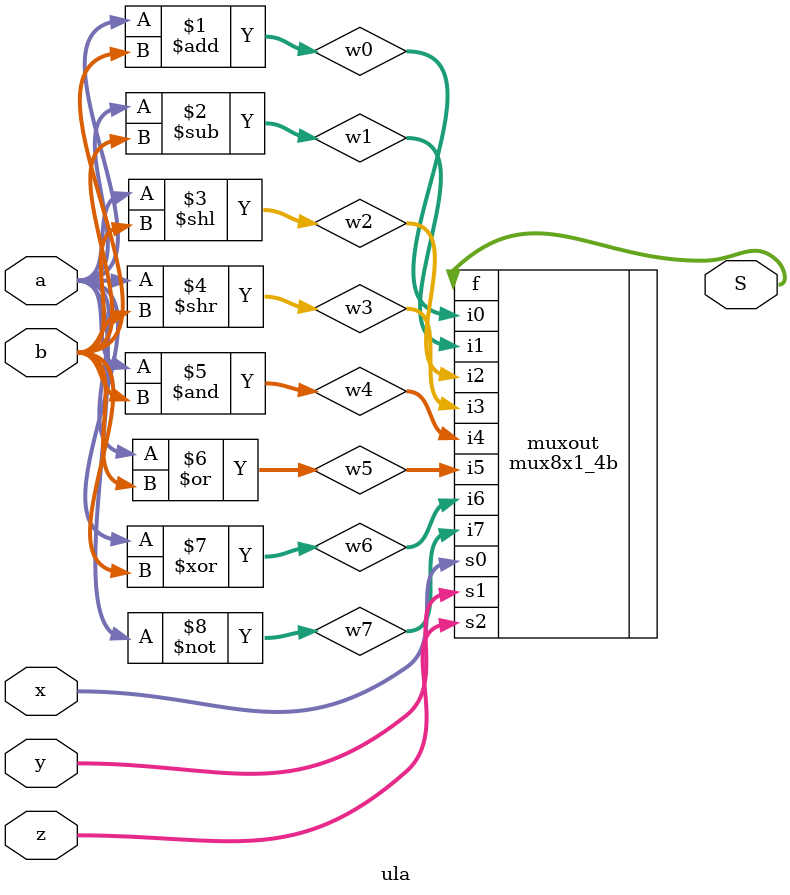
<source format=v>
module ula (a, b, x, y, z, S);
    input [3:0] a, b;
    input [2:0] x, y, z; // Expanded to 3 bits
    output [3:0] S;

    wire [3:0] w0, w1, w2, w3, w4, w5, w6, w7;

    // ADD, SUB, NOT, NAND, XOR, OR, AND
    assign w0 = a + b;
    assign w1 = a - b;
    assign w2 = a << b;
    assign w3 = a >> b;
    assign w4 = a & b;
    assign w5 = a | b;
    assign w6 = a ^ b;
    assign w7 = ~a;

    mux8x1_4b muxout (.i0(w0), .i1(w1), .i2(w2), .i3(w3),
                      .i4(w4), .i5(w5), .i6(w6), .i7(w7), 
                      .s0(x), .s1(y), .s2(z), .f(S));
endmodule
</source>
